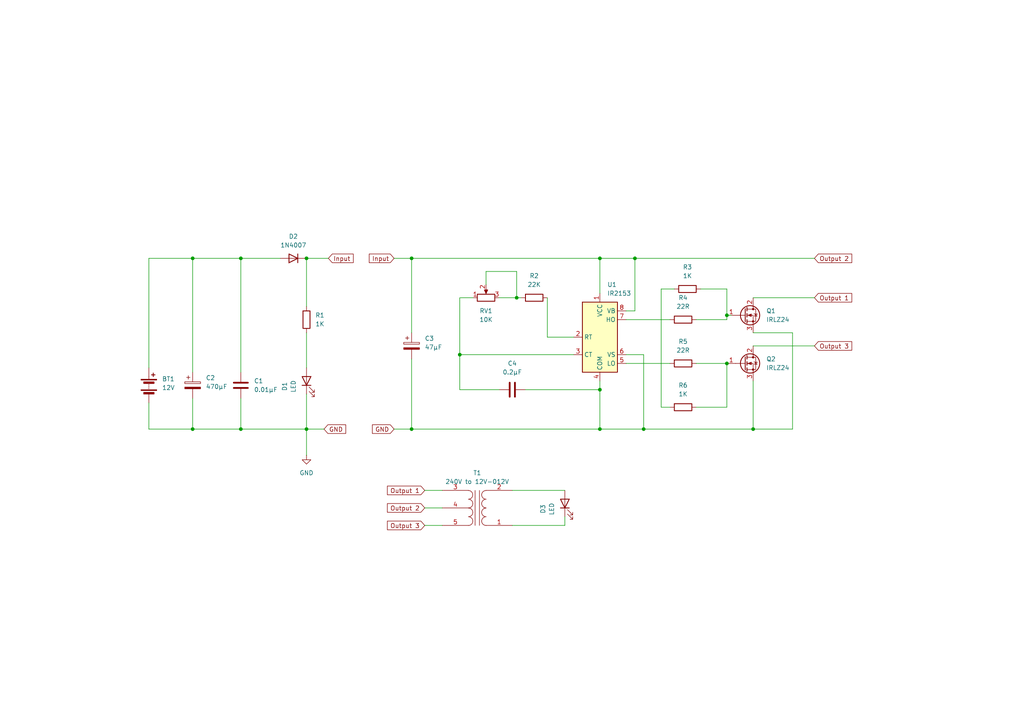
<source format=kicad_sch>
(kicad_sch (version 20250114) (generator "eeschema") (generator_version "9.0")
  (paper "A4")
  (title_block (title "Inverter") (date "2025-12-13") (rev "0"))
  (lib_symbols
    (symbol "Device:Battery" (pin_numbers (hide yes)) (pin_names (offset 0) (hide yes))
      (property "Reference" "BT" (at 2.54 2.54 0))
      (property "Value" "Battery" (at 2.54 0 0))
      (symbol "Battery_0_1"
        (rectangle (start -2.286 1.778) (end 2.286 1.524) (fill (type outline)))
        (rectangle (start -2.286 -1.27) (end 2.286 -1.524) (fill (type outline)))
        (rectangle (start -1.524 1.016) (end 1.524 0.508) (fill (type outline)))
        (rectangle (start -1.524 -2.032) (end 1.524 -2.54) (fill (type outline)))
        (polyline (pts (xy 0 1.778) (xy 0 2.54)))
        (polyline (pts (xy 0 0) (xy 0 0.254)))
        (polyline (pts (xy 0 -0.508) (xy 0 -0.254)))
        (polyline (pts (xy 0 -1.016) (xy 0 -0.762)))
        (polyline (pts (xy 0.762 3.048) (xy 1.778 3.048)) (stroke (width 0.254)))
        (polyline (pts (xy 1.27 3.556) (xy 1.27 2.54)) (stroke (width 0.254)))
      )
      (symbol "Battery_1_1"
        (pin passive line (at 0 5.08 270) (length 2.54) (name "+") (number "1"))
        (pin passive line (at 0 -5.08 90) (length 2.54) (name "-") (number "2"))
      )
    )
    (symbol "Device:C" (pin_numbers (hide yes)) (pin_names (offset 0.254))
      (property "Reference" "C" (at 0.635 2.54 0))
      (property "Value" "C" (at 0.635 -2.54 0))
      (symbol "C_0_1"
        (polyline (pts (xy -2.032 0.762) (xy 2.032 0.762)) (stroke (width 0.508)))
        (polyline (pts (xy -2.032 -0.762) (xy 2.032 -0.762)) (stroke (width 0.508)))
      )
      (symbol "C_1_1"
        (pin passive line (at 0 3.81 270) (length 2.794) (name "~") (number "1"))
        (pin passive line (at 0 -3.81 90) (length 2.794) (name "~") (number "2"))
      )
    )
    (symbol "Device:C_Polarized" (pin_numbers (hide yes)) (pin_names (offset 0.254))
      (property "Reference" "C" (at 0.635 2.54 0))
      (property "Value" "C_Polarized" (at 0.635 -2.54 0))
      (symbol "C_Polarized_0_1"
        (rectangle (start -2.286 0.508) (end 2.286 1.016))
        (polyline (pts (xy -1.778 2.286) (xy -0.762 2.286)))
        (polyline (pts (xy -1.27 2.794) (xy -1.27 1.778)))
        (rectangle (start 2.286 -0.508) (end -2.286 -1.016) (fill (type outline)))
      )
      (symbol "C_Polarized_1_1"
        (pin passive line (at 0 3.81 270) (length 2.794) (name "~") (number "1"))
        (pin passive line (at 0 -3.81 90) (length 2.794) (name "~") (number "2"))
      )
    )
    (symbol "Device:LED" (pin_numbers (hide yes)) (pin_names (offset 1.016) (hide yes))
      (property "Reference" "D" (at 0 2.54 0))
      (property "Value" "LED" (at 0 -2.54 0))
      (symbol "LED_0_1"
        (polyline (pts (xy -3.048 -0.762) (xy -4.572 -2.286) (xy -3.81 -2.286) (xy -4.572 -2.286) (xy -4.572 -1.524)))
        (polyline (pts (xy -1.778 -0.762) (xy -3.302 -2.286) (xy -2.54 -2.286) (xy -3.302 -2.286) (xy -3.302 -1.524)))
        (polyline (pts (xy -1.27 0) (xy 1.27 0)))
        (polyline (pts (xy -1.27 -1.27) (xy -1.27 1.27)) (stroke (width 0.254)))
        (polyline (pts (xy 1.27 -1.27) (xy 1.27 1.27) (xy -1.27 0) (xy 1.27 -1.27)) (stroke (width 0.254)))
      )
      (symbol "LED_1_1"
        (pin passive line (at -3.81 0 0) (length 2.54) (name "K") (number "1"))
        (pin passive line (at 3.81 0 180) (length 2.54) (name "A") (number "2"))
      )
    )
    (symbol "Device:R" (pin_numbers (hide yes)) (pin_names (offset 0))
      (property "Reference" "R" (at 2.032 0 90))
      (property "Value" "R" (at 0 0 90))
      (symbol "R_0_1"
        (rectangle (start -1.016 -2.54) (end 1.016 2.54) (stroke (width 0.254)))
      )
      (symbol "R_1_1"
        (pin passive line (at 0 3.81 270) (length 1.27) (name "~") (number "1"))
        (pin passive line (at 0 -3.81 90) (length 1.27) (name "~") (number "2"))
      )
    )
    (symbol "Device:R_Potentiometer" (pin_names (offset 1.016) (hide yes))
      (property "Reference" "RV" (at -4.445 0 90))
      (property "Value" "R_Potentiometer" (at -2.54 0 90))
      (symbol "R_Potentiometer_0_1"
        (rectangle (start 1.016 2.54) (end -1.016 -2.54) (stroke (width 0.254)))
        (polyline (pts (xy 1.143 0) (xy 2.286 0.508) (xy 2.286 -0.508) (xy 1.143 0)) (fill (type outline)))
        (polyline (pts (xy 2.54 0) (xy 1.524 0)))
      )
      (symbol "R_Potentiometer_1_1"
        (pin passive line (at 0 3.81 270) (length 1.27) (name "1") (number "1"))
        (pin passive line (at 0 -3.81 90) (length 1.27) (name "3") (number "3"))
        (pin passive line (at 3.81 0 180) (length 1.27) (name "2") (number "2"))
      )
    )
    (symbol "Device:Transformer_1P_SS" (pin_names (offset 1.016) (hide yes))
      (property "Reference" "T" (at 0 6.35 0))
      (property "Value" "Transformer_1P_SS" (at 0 -7.62 0))
      (symbol "Transformer_1P_SS_0_1"
        (arc (start -1.27 3.81) (mid -1.656 2.9336) (end -2.54 2.5654))
        (arc (start -1.27 1.27) (mid -1.656 0.3936) (end -2.54 0.0254))
        (arc (start -1.27 -1.27) (mid -1.656 -2.1464) (end -2.54 -2.5146))
        (arc (start -1.27 -3.81) (mid -1.656 -4.6864) (end -2.54 -5.0546))
        (arc (start -2.54 5.08) (mid -1.642 4.708) (end -1.27 3.81))
        (arc (start -2.54 2.54) (mid -1.642 2.168) (end -1.27 1.27))
        (arc (start -2.54 0) (mid -1.642 -0.372) (end -1.27 -1.27))
        (arc (start -2.54 -2.54) (mid -1.642 -2.912) (end -1.27 -3.81))
        (polyline (pts (xy -0.635 5.08) (xy -0.635 -5.08)))
        (polyline (pts (xy 0.635 -5.08) (xy 0.635 5.08)))
        (arc (start 1.2954 3.81) (mid 1.6457 4.7117) (end 2.54 5.08))
        (arc (start 1.2954 1.27) (mid 1.6457 2.1717) (end 2.54 2.54))
        (arc (start 1.2954 -1.27) (mid 1.6457 -0.3683) (end 2.54 0))
        (arc (start 2.54 2.5654) (mid 1.6599 2.9299) (end 1.2954 3.81))
        (arc (start 2.54 0.0254) (mid 1.6599 0.3899) (end 1.2954 1.27))
        (arc (start 2.54 -2.5146) (mid 1.6599 -2.1501) (end 1.2954 -1.27))
        (arc (start 1.3208 -3.81) (mid 1.6711 -2.9085) (end 2.5654 -2.54))
        (arc (start 2.5654 -5.0546) (mid 1.6851 -4.6902) (end 1.3208 -3.81))
      )
      (symbol "Transformer_1P_SS_1_1"
        (pin passive line (at -10.16 5.08 0) (length 7.62) (name "AA") (number "1"))
        (pin passive line (at -10.16 -5.08 0) (length 7.62) (name "AB") (number "2"))
        (pin passive line (at 10.16 5.08 180) (length 7.62) (name "SB") (number "5"))
        (pin passive line (at 10.16 0 180) (length 7.62) (name "SC") (number "4"))
        (pin passive line (at 10.16 -5.08 180) (length 7.62) (name "SA") (number "3"))
      )
    )
    (symbol "Diode:1N4007" (pin_numbers (hide yes)) (pin_names (hide yes))
      (property "Reference" "D" (at 0 2.54 0))
      (property "Value" "1N4007" (at 0 -2.54 0))
      (symbol "1N4007_0_1"
        (polyline (pts (xy -1.27 1.27) (xy -1.27 -1.27)) (stroke (width 0.254)))
        (polyline (pts (xy 1.27 1.27) (xy 1.27 -1.27) (xy -1.27 0) (xy 1.27 1.27)) (stroke (width 0.254)))
        (polyline (pts (xy 1.27 0) (xy -1.27 0)))
      )
      (symbol "1N4007_1_1"
        (pin passive line (at -3.81 0 0) (length 2.54) (name "K") (number "1"))
        (pin passive line (at 3.81 0 180) (length 2.54) (name "A") (number "2"))
      )
    )
    (symbol "Driver_FET:IR2153"
      (property "Reference" "U" (at 1.27 13.335 0))
      (property "Value" "IR2153" (at 1.27 11.43 0))
      (symbol "IR2153_0_1"
        (rectangle (start -5.08 -10.16) (end 5.08 10.16) (stroke (width 0.254)) (fill (type background)))
      )
      (symbol "IR2153_1_1"
        (pin passive line (at -7.62 0 0) (length 2.54) (name "RT") (number "2"))
        (pin passive line (at -7.62 -5.08 0) (length 2.54) (name "CT") (number "3"))
        (pin power_in line (at 0 12.7 270) (length 2.54) (name "VCC") (number "1"))
        (pin power_in line (at 0 -12.7 90) (length 2.54) (name "COM") (number "4"))
        (pin passive line (at 7.62 7.62 180) (length 2.54) (name "VB") (number "8"))
        (pin output line (at 7.62 5.08 180) (length 2.54) (name "HO") (number "7"))
        (pin passive line (at 7.62 -5.08 180) (length 2.54) (name "VS") (number "6"))
        (pin output line (at 7.62 -7.62 180) (length 2.54) (name "LO") (number "5"))
      )
    )
    (symbol "Transistor_FET:IRLZ24" (pin_names (hide yes))
      (property "Reference" "Q" (at 5.08 1.905 0))
      (property "Value" "IRLZ24" (at 5.08 0 0))
      (symbol "IRLZ24_0_1"
        (polyline (pts (xy 0.254 1.905) (xy 0.254 -1.905)) (stroke (width 0.254)))
        (polyline (pts (xy 0.254 0) (xy -2.54 0)))
        (polyline (pts (xy 0.762 2.286) (xy 0.762 1.27)) (stroke (width 0.254)))
        (polyline (pts (xy 0.762 0.508) (xy 0.762 -0.508)) (stroke (width 0.254)))
        (polyline (pts (xy 0.762 -1.27) (xy 0.762 -2.286)) (stroke (width 0.254)))
        (polyline (pts (xy 0.762 -1.778) (xy 3.302 -1.778) (xy 3.302 1.778) (xy 0.762 1.778)))
        (polyline (pts (xy 1.016 0) (xy 2.032 0.381) (xy 2.032 -0.381) (xy 1.016 0)) (fill (type outline)))
        (circle (center 1.651 0) (radius 2.794) (stroke (width 0.254)))
        (polyline (pts (xy 2.54 2.54) (xy 2.54 1.778)))
        (circle (center 2.54 1.778) (radius 0.254) (fill (type outline)))
        (circle (center 2.54 -1.778) (radius 0.254) (fill (type outline)))
        (polyline (pts (xy 2.54 -2.54) (xy 2.54 0) (xy 0.762 0)))
        (polyline (pts (xy 2.794 0.508) (xy 2.921 0.381) (xy 3.683 0.381) (xy 3.81 0.254)))
        (polyline (pts (xy 3.302 0.381) (xy 2.921 -0.254) (xy 3.683 -0.254) (xy 3.302 0.381)))
      )
      (symbol "IRLZ24_1_1"
        (pin input line (at -5.08 0 0) (length 2.54) (name "G") (number "1"))
        (pin passive line (at 2.54 5.08 270) (length 2.54) (name "D") (number "2"))
        (pin passive line (at 2.54 -5.08 90) (length 2.54) (name "S") (number "3"))
      )
    )
    (symbol "power:GND" (power) (pin_numbers (hide yes)) (pin_names (offset 0) (hide yes))
      (property "Value" "GND" (at 0 -3.81 0))
      (symbol "GND_0_1"
        (polyline (pts (xy 0 0) (xy 0 -1.27) (xy 1.27 -1.27) (xy 0 -2.54) (xy -1.27 -1.27) (xy 0 -1.27)))
      )
      (symbol "GND_1_1"
        (pin power_in line (at 0 0 270) (length 0) (name "~") (number "1"))
      )
    )
  )
  (junction (at 119.38 74.93))
  (junction (at 55.88 124.46))
  (junction (at 149.86 86.36))
  (junction (at 88.9 74.93))
  (junction (at 173.99 113.03))
  (junction (at 210.82 91.44))
  (junction (at 133.35 102.87))
  (junction (at 55.88 74.93))
  (junction (at 210.82 105.41))
  (junction (at 218.44 124.46))
  (junction (at 173.99 124.46))
  (junction (at 69.85 124.46))
  (junction (at 119.38 124.46))
  (junction (at 88.9 124.46))
  (junction (at 186.69 124.46))
  (junction (at 184.15 74.93))
  (junction (at 69.85 74.93))
  (junction (at 173.99 74.93))
  (wire (pts (xy 140.97 78.74) (xy 149.86 78.74)))
  (wire (pts (xy 114.3 74.93) (xy 119.38 74.93)))
  (wire (pts (xy 123.19 147.32) (xy 128.27 147.32)))
  (wire (pts (xy 158.75 86.36) (xy 158.75 97.79)))
  (wire (pts (xy 218.44 124.46) (xy 186.69 124.46)))
  (wire (pts (xy 133.35 102.87) (xy 166.37 102.87)))
  (wire (pts (xy 229.87 96.52) (xy 229.87 124.46)))
  (wire (pts (xy 173.99 74.93) (xy 173.99 85.09)))
  (wire (pts (xy 43.18 74.93) (xy 55.88 74.93)))
  (wire (pts (xy 186.69 102.87) (xy 186.69 124.46)))
  (wire (pts (xy 114.3 124.46) (xy 119.38 124.46)))
  (wire (pts (xy 184.15 90.17) (xy 184.15 74.93)))
  (wire (pts (xy 43.18 124.46) (xy 55.88 124.46)))
  (wire (pts (xy 69.85 74.93) (xy 69.85 107.95)))
  (wire (pts (xy 88.9 124.46) (xy 93.98 124.46)))
  (wire (pts (xy 201.93 118.11) (xy 210.82 118.11)))
  (wire (pts (xy 88.9 114.3) (xy 88.9 124.46)))
  (wire (pts (xy 218.44 110.49) (xy 218.44 124.46)))
  (wire (pts (xy 148.59 142.24) (xy 163.83 142.24)))
  (wire (pts (xy 173.99 113.03) (xy 173.99 124.46)))
  (wire (pts (xy 69.85 124.46) (xy 88.9 124.46)))
  (wire (pts (xy 119.38 74.93) (xy 173.99 74.93)))
  (wire (pts (xy 212.09 91.44) (xy 210.82 91.44)))
  (wire (pts (xy 181.61 105.41) (xy 194.31 105.41)))
  (wire (pts (xy 43.18 116.84) (xy 43.18 124.46)))
  (wire (pts (xy 133.35 102.87) (xy 133.35 113.03)))
  (wire (pts (xy 173.99 110.49) (xy 173.99 113.03)))
  (wire (pts (xy 218.44 86.36) (xy 236.22 86.36)))
  (wire (pts (xy 123.19 142.24) (xy 128.27 142.24)))
  (wire (pts (xy 55.88 107.95) (xy 55.88 74.93)))
  (wire (pts (xy 181.61 92.71) (xy 194.31 92.71)))
  (wire (pts (xy 137.16 86.36) (xy 133.35 86.36)))
  (wire (pts (xy 203.2 83.82) (xy 210.82 83.82)))
  (wire (pts (xy 201.93 105.41) (xy 210.82 105.41)))
  (wire (pts (xy 55.88 115.57) (xy 55.88 124.46)))
  (wire (pts (xy 210.82 83.82) (xy 210.82 91.44)))
  (wire (pts (xy 43.18 106.68) (xy 43.18 74.93)))
  (wire (pts (xy 144.78 113.03) (xy 133.35 113.03)))
  (wire (pts (xy 69.85 124.46) (xy 69.85 115.57)))
  (wire (pts (xy 210.82 105.41) (xy 210.82 118.11)))
  (wire (pts (xy 152.4 113.03) (xy 173.99 113.03)))
  (wire (pts (xy 218.44 96.52) (xy 229.87 96.52)))
  (wire (pts (xy 229.87 124.46) (xy 218.44 124.46)))
  (wire (pts (xy 133.35 86.36) (xy 133.35 102.87)))
  (wire (pts (xy 149.86 86.36) (xy 151.13 86.36)))
  (wire (pts (xy 158.75 97.79) (xy 166.37 97.79)))
  (wire (pts (xy 163.83 149.86) (xy 163.83 152.4)))
  (wire (pts (xy 88.9 74.93) (xy 88.9 88.9)))
  (wire (pts (xy 149.86 78.74) (xy 149.86 86.36)))
  (wire (pts (xy 55.88 74.93) (xy 69.85 74.93)))
  (wire (pts (xy 181.61 102.87) (xy 186.69 102.87)))
  (wire (pts (xy 144.78 86.36) (xy 149.86 86.36)))
  (wire (pts (xy 88.9 74.93) (xy 95.25 74.93)))
  (wire (pts (xy 184.15 74.93) (xy 236.22 74.93)))
  (wire (pts (xy 123.19 152.4) (xy 128.27 152.4)))
  (wire (pts (xy 119.38 96.52) (xy 119.38 74.93)))
  (wire (pts (xy 119.38 104.14) (xy 119.38 124.46)))
  (wire (pts (xy 173.99 74.93) (xy 184.15 74.93)))
  (wire (pts (xy 184.15 90.17) (xy 181.61 90.17)))
  (wire (pts (xy 236.22 100.33) (xy 218.44 100.33)))
  (wire (pts (xy 195.58 83.82) (xy 191.77 83.82)))
  (wire (pts (xy 148.59 152.4) (xy 163.83 152.4)))
  (wire (pts (xy 119.38 124.46) (xy 173.99 124.46)))
  (wire (pts (xy 88.9 124.46) (xy 88.9 132.08)))
  (wire (pts (xy 191.77 118.11) (xy 194.31 118.11)))
  (wire (pts (xy 88.9 96.52) (xy 88.9 106.68)))
  (wire (pts (xy 210.82 91.44) (xy 210.82 92.71)))
  (wire (pts (xy 191.77 83.82) (xy 191.77 118.11)))
  (wire (pts (xy 186.69 124.46) (xy 173.99 124.46)))
  (wire (pts (xy 201.93 92.71) (xy 210.82 92.71)))
  (wire (pts (xy 140.97 82.55) (xy 140.97 78.74)))
  (wire (pts (xy 55.88 124.46) (xy 69.85 124.46)))
  (wire (pts (xy 69.85 74.93) (xy 81.28 74.93)))
  (global_label "Output 2" (shape input) (at 123.19 147.32 180) (property "Intersheetrefs" "${INTERSHEET_REFS}" (effects (hide yes))))
  (global_label "GND" (shape input) (at 93.98 124.46 0) (property "Intersheetrefs" "${INTERSHEET_REFS}" (effects (hide yes))))
  (global_label "Output 1" (shape input) (at 123.19 142.24 180) (property "Intersheetrefs" "${INTERSHEET_REFS}" (effects (hide yes))))
  (global_label "GND" (shape input) (at 114.3 124.46 180) (property "Intersheetrefs" "${INTERSHEET_REFS}" (effects (hide yes))))
  (global_label "Output 1" (shape input) (at 236.22 86.36 0) (property "Intersheetrefs" "${INTERSHEET_REFS}" (effects (hide yes))))
  (global_label "Input" (shape input) (at 114.3 74.93 180) (property "Intersheetrefs" "${INTERSHEET_REFS}" (effects (hide yes))))
  (global_label "Output 3" (shape input) (at 236.22 100.33 0) (property "Intersheetrefs" "${INTERSHEET_REFS}" (effects (hide yes))))
  (global_label "Input" (shape input) (at 95.25 74.93 0) (property "Intersheetrefs" "${INTERSHEET_REFS}" (effects (hide yes))))
  (global_label "Output 3" (shape input) (at 123.19 152.4 180) (property "Intersheetrefs" "${INTERSHEET_REFS}" (effects (hide yes))))
  (global_label "Output 2" (shape input) (at 236.22 74.93 0) (property "Intersheetrefs" "${INTERSHEET_REFS}" (effects (hide yes))))
  (symbol (lib_id "Transistor_FET:IRLZ24") (at 215.9 105.41 0) (unit 1)
    (property "Reference" "Q2" (at 222.25 104.1399 0) (effects (justify left)))
    (property "Value" "IRLZ24" (at 222.25 106.6799 0) (effects (justify left)))
    (property "Footprint" "Package_TO_SOT_THT:TO-220-3_Vertical" (effects (hide yes)))
    (property "Datasheet" "https://www.vishay.com/docs/91326/sihlz24.pdf" (effects (hide yes)))
    (property "Description" "17A Id, 60V Vds, N-Channel Power MOSFET, TO-220AB" (effects (hide yes)))
  )
  (symbol (lib_id "Device:C") (at 69.85 111.76 0) (unit 1)
    (property "Reference" "C1" (at 73.66 110.4899 0) (effects (justify left)))
    (property "Value" "0.01µF" (at 73.66 113.0299 0) (effects (justify left)))
    (property "Footprint" "Capacitor_THT:C_Disc_D3.0mm_W1.6mm_P2.50mm" (effects (hide yes)))
    (property "Description" "Unpolarized capacitor" (effects (hide yes)))
  )
  (symbol (lib_id "Device:C") (at 148.59 113.03 90) (unit 1)
    (property "Reference" "C4" (at 148.59 105.41 90))
    (property "Value" "0.2µF" (at 148.59 107.95 90))
    (property "Footprint" "Capacitor_THT:C_Disc_D3.0mm_W1.6mm_P2.50mm" (effects (hide yes)))
    (property "Description" "Unpolarized capacitor" (effects (hide yes)))
  )
  (symbol (lib_id "Device:R") (at 154.94 86.36 90) (unit 1)
    (property "Reference" "R2" (at 154.94 80.01 90))
    (property "Value" "22K" (at 154.94 82.55 90))
    (property "Footprint" "Resistor_THT:R_Axial_DIN0204_L3.6mm_D1.6mm_P5.08mm_Vertical" (effects (hide yes)))
    (property "Description" "Resistor" (effects (hide yes)))
  )
  (symbol (lib_id "Device:R") (at 88.9 92.71 0) (unit 1)
    (property "Reference" "R1" (at 91.44 91.4399 0) (effects (justify left)))
    (property "Value" "1K" (at 91.44 93.9799 0) (effects (justify left)))
    (property "Footprint" "Resistor_THT:R_Axial_DIN0204_L3.6mm_D1.6mm_P5.08mm_Vertical" (effects (hide yes)))
    (property "Description" "Resistor" (effects (hide yes)))
  )
  (symbol (lib_id "Device:LED") (at 163.83 146.05 90) (unit 1)
    (property "Reference" "D3" (at 157.48 147.6375 0))
    (property "Value" "LED" (at 160.02 147.6375 0))
    (property "Footprint" "LED_THT:LED_D5.0mm" (effects (hide yes)))
    (property "Description" "Light emitting diode" (effects (hide yes)))
    (property "Sim.Pins" "1=K 2=A" (effects (hide yes)))
  )
  (symbol (lib_id "Device:LED") (at 88.9 110.49 90) (unit 1)
    (property "Reference" "D1" (at 82.55 112.0775 0))
    (property "Value" "LED" (at 85.09 112.0775 0))
    (property "Footprint" "TerminalBlock:TerminalBlock_Xinya_XY308-2.54-2P_1x02_P2.54mm_Horizontal" (effects (hide yes)))
    (property "Description" "Light emitting diode" (effects (hide yes)))
    (property "Sim.Pins" "1=K 2=A" (effects (hide yes)))
  )
  (symbol (lib_id "Device:Transformer_1P_SS") (at 138.43 147.32 180) (unit 1)
    (property "Reference" "T1" (at 138.4173 137.16 0))
    (property "Value" "240V to 12V-012V" (at 138.4173 139.7 0))
    (property "Footprint" "TerminalBlock:TerminalBlock_Xinya_XY308-2.54-2P_1x02_P2.54mm_Horizontal" (effects (hide yes)))
    (property "Description" "Transformer, single primary, split secondary" (effects (hide yes)))
  )
  (symbol (lib_id "Device:R") (at 198.12 105.41 90) (unit 1)
    (property "Reference" "R5" (at 198.12 99.06 90))
    (property "Value" "22R" (at 198.12 101.6 90))
    (property "Footprint" "Resistor_THT:R_Axial_DIN0204_L3.6mm_D1.6mm_P5.08mm_Vertical" (effects (hide yes)))
    (property "Description" "Resistor" (effects (hide yes)))
  )
  (symbol (lib_id "Device:C_Polarized") (at 55.88 111.76 0) (unit 1)
    (property "Reference" "C2" (at 59.69 109.6009 0) (effects (justify left)))
    (property "Value" "470µF" (at 59.69 112.1409 0) (effects (justify left)))
    (property "Footprint" "Capacitor_THT:CP_Radial_D6.3mm_P2.50mm" (effects (hide yes)))
    (property "Description" "Polarized capacitor" (effects (hide yes)))
  )
  (symbol (lib_id "Device:R") (at 198.12 118.11 90) (unit 1)
    (property "Reference" "R6" (at 198.12 111.76 90))
    (property "Value" "1K" (at 198.12 114.3 90))
    (property "Footprint" "Resistor_THT:R_Axial_DIN0204_L3.6mm_D1.6mm_P5.08mm_Vertical" (effects (hide yes)))
    (property "Description" "Resistor" (effects (hide yes)))
  )
  (symbol (lib_id "Diode:1N4007") (at 85.09 74.93 180) (unit 1)
    (property "Reference" "D2" (at 85.09 68.58 0))
    (property "Value" "1N4007" (at 85.09 71.12 0))
    (property "Footprint" "Diode_THT:D_DO-41_SOD81_P10.16mm_Horizontal" (effects (hide yes)))
    (property "Datasheet" "http://www.vishay.com/docs/88503/1n4001.pdf" (effects (hide yes)))
    (property "Description" "1000V 1A General Purpose Rectifier Diode, DO-41" (effects (hide yes)))
    (property "Sim.Device" "D" (effects (hide yes)))
    (property "Sim.Pins" "1=K 2=A" (effects (hide yes)))
  )
  (symbol (lib_id "Device:R") (at 199.39 83.82 90) (unit 1)
    (property "Reference" "R3" (at 199.39 77.47 90))
    (property "Value" "1K" (at 199.39 80.01 90))
    (property "Footprint" "Resistor_THT:R_Axial_DIN0204_L3.6mm_D1.6mm_P5.08mm_Vertical" (effects (hide yes)))
    (property "Description" "Resistor" (effects (hide yes)))
  )
  (symbol (lib_id "Device:R_Potentiometer") (at 140.97 86.36 90) (unit 1)
    (property "Reference" "RV1" (at 140.97 90.17 90))
    (property "Value" "10K" (at 140.97 92.71 90))
    (property "Footprint" "Potentiometer_THT:Potentiometer_ACP_CA6-H2,5_Horizontal" (effects (hide yes)))
    (property "Description" "Potentiometer" (effects (hide yes)))
  )
  (symbol (lib_id "Device:R") (at 198.12 92.71 90) (unit 1)
    (property "Reference" "R4" (at 198.12 86.36 90))
    (property "Value" "22R" (at 198.12 88.9 90))
    (property "Footprint" "Resistor_THT:R_Axial_DIN0204_L3.6mm_D1.6mm_P5.08mm_Vertical" (effects (hide yes)))
    (property "Description" "Resistor" (effects (hide yes)))
  )
  (symbol (lib_id "power:GND") (at 88.9 132.08 0) (unit 1)
    (property "Reference" "#PWR01" (effects (hide yes)))
    (property "Value" "GND" (at 88.9 137.16 0))
    (property "Description" "Power symbol creates a global label with name \"GND\" , ground" (effects (hide yes)))
  )
  (symbol (lib_id "Device:C_Polarized") (at 119.38 100.33 0) (unit 1)
    (property "Reference" "C3" (at 123.19 98.1709 0) (effects (justify left)))
    (property "Value" "47µF" (at 123.19 100.7109 0) (effects (justify left)))
    (property "Footprint" "Capacitor_THT:CP_Radial_D5.0mm_P2.50mm" (effects (hide yes)))
    (property "Description" "Polarized capacitor" (effects (hide yes)))
  )
  (symbol (lib_id "Transistor_FET:IRLZ24") (at 215.9 91.44 0) (unit 1)
    (property "Reference" "Q1" (at 222.25 90.1699 0) (effects (justify left)))
    (property "Value" "IRLZ24" (at 222.25 92.7099 0) (effects (justify left)))
    (property "Footprint" "Package_TO_SOT_THT:TO-220-3_Vertical" (effects (hide yes)))
    (property "Datasheet" "https://www.vishay.com/docs/91326/sihlz24.pdf" (effects (hide yes)))
    (property "Description" "17A Id, 60V Vds, N-Channel Power MOSFET, TO-220AB" (effects (hide yes)))
  )
  (symbol (lib_id "Device:Battery") (at 43.18 111.76 0) (unit 1)
    (property "Reference" "BT1" (at 46.99 109.9184 0) (effects (justify left)))
    (property "Value" "12V" (at 46.99 112.4584 0) (effects (justify left)))
    (property "Footprint" "TerminalBlock:TerminalBlock_Xinya_XY308-2.54-2P_1x02_P2.54mm_Horizontal" (effects (hide yes)))
    (property "Description" "Multiple-cell battery" (effects (hide yes)))
  )
  (symbol (lib_id "Driver_FET:IR2153") (at 173.99 97.79 0) (unit 1)
    (property "Reference" "U1" (at 176.1333 82.55 0) (effects (justify left)))
    (property "Value" "IR2153" (at 176.1333 85.09 0) (effects (justify left)))
    (property "Footprint" "Package_DIP:DIP-8_W7.62mm" (effects (hide yes)))
    (property "Datasheet" "https://www.infineon.com/dgdl/ir2153.pdf?fileId=5546d462533600a4015355c8c5fc16af" (effects (hide yes)))
    (property "Description" "Self-Oscillating Half-Bridge Driver, 600V, PDIP-8/SOIC-8" (effects (hide yes)))
  )
)
</source>
